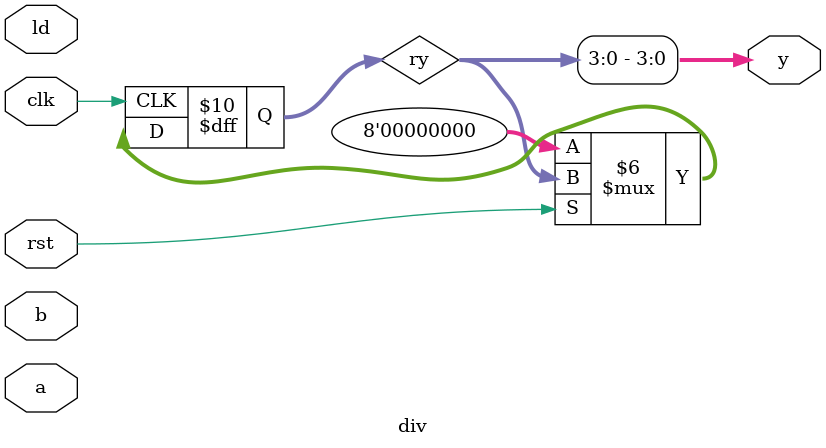
<source format=v>
`timescale 1ns/1ns

module div(clk, rst, ld, a, b, y);
	input        clk;
	input        rst;
	input        ld;
	input  [3:0] a;
	input  [3:0] b;
	output [3:0] y;
	
	reg [3:0] rb;
	reg [7:0] ry;
	wire [4:0] w_sub;
	
	assign w_sub = ry[6:3] - rb;
	assign y = ry;
		
	always@(posedge clk) begin : divisor
		if(rst == 1'b0) begin
			rb <= 4'b0000;
		/* write answer below */

		/* write answer above */
		end
	end

	always@(posedge clk) begin : reminder_quotient
		if(rst == 1'b0) begin
			ry <= 8'b00000000;
		/* write answer below */

		/* write answer above */
		end
	end
	
endmodule

</source>
